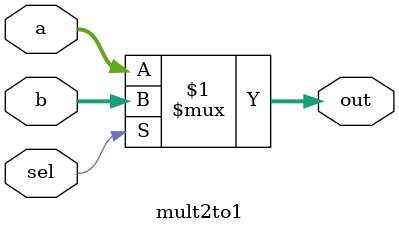
<source format=sv>
module mult2to1 (
    input logic[0:127] a,
    input logic[0:127] b,
    input logic sel,
    output logic[0:127] out
);

// == Main Code ================================================================

    assign out = sel ? b : a;

endmodule

</source>
